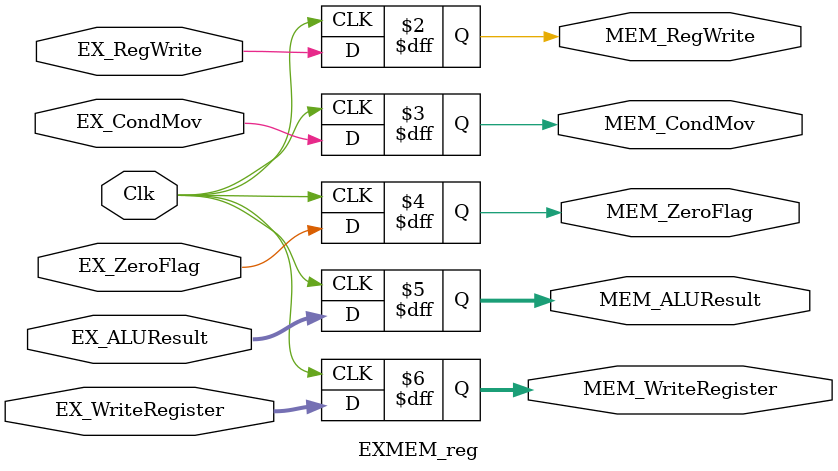
<source format=v>
`timescale 1ns / 1ps

module EXMEM_reg(
//		inputs
//			For internal use:
				Clk,
				
//			To pass through:
//				Control lines;
					EX_RegWrite,
					EX_CondMov,
					// EX_MemtoReg,
					// EX_MemWrite,
					// EX_MemRead,
					
//				Data lines;
                    EX_ZeroFlag,
					// EX_AdderResult,
					EX_ALUResult,
					// EX_ReadData2,
					EX_WriteRegister,


//		outputs
//			To pass through:
//				Control lines;
					MEM_RegWrite,
					MEM_CondMov,
					// MEM_MemtoReg,
					// MEM_MemWrite,
					// MEM_MemRead,
				
//				Data lines;
                    MEM_ZeroFlag,
					// MEM_AdderResult,
					MEM_ALUResult,
					// MEM_ReadData2,
					MEM_WriteRegister );

input Clk;
input EX_RegWrite, EX_CondMov;
input wire EX_ZeroFlag;
input wire [31:0] EX_ALUResult;
input wire [4:0]  EX_WriteRegister; 

output reg MEM_RegWrite, MEM_CondMov;
output reg MEM_ZeroFlag;
output reg [31:0] MEM_ALUResult;
output reg [4:0]  MEM_WriteRegister;


always @(posedge Clk) begin
	
	// Control
	MEM_RegWrite <= EX_RegWrite;
	MEM_CondMov <= EX_CondMov;
	
	// Data
	MEM_ZeroFlag <= EX_ZeroFlag;
	MEM_ALUResult <= EX_ALUResult;
	MEM_WriteRegister <= EX_WriteRegister;

end
endmodule
</source>
